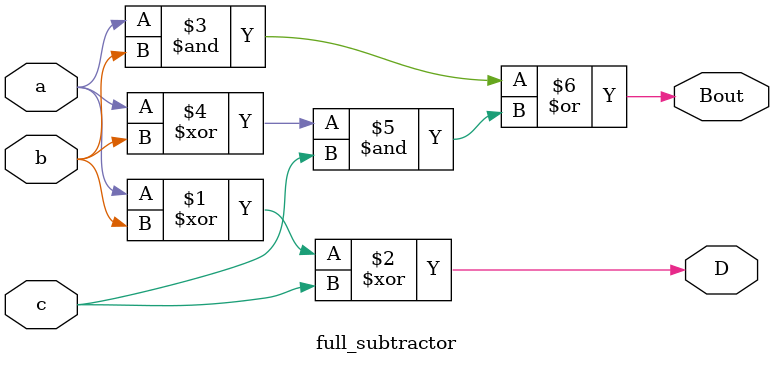
<source format=v>
module full_subtractor(a, b, c,D, Bout);
input a, b, c;
output D, Bout;
assign D = a^b^c;
assign Bout = (a & b) | ((a^b) & c);
endmodule

</source>
